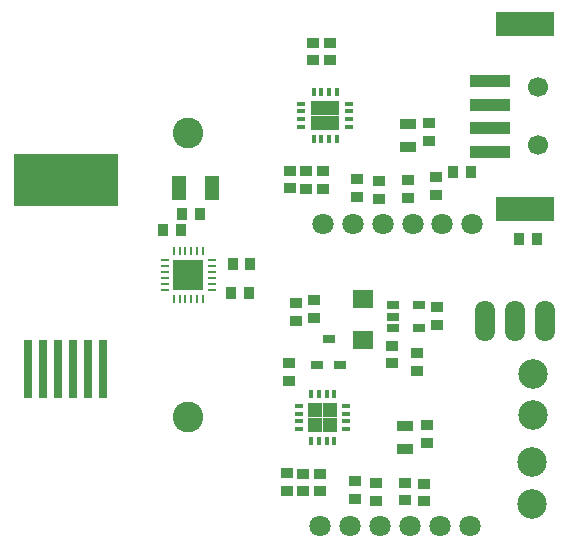
<source format=gts>
G04 #@! TF.FileFunction,Soldermask,Top*
%FSLAX46Y46*%
G04 Gerber Fmt 4.6, Leading zero omitted, Abs format (unit mm)*
G04 Created by KiCad (PCBNEW 4.0.3+e1-6302~38~ubuntu14.04.1-stable) date Sun Sep  4 16:46:07 2016*
%MOMM*%
%LPD*%
G01*
G04 APERTURE LIST*
%ADD10C,0.150000*%
%ADD11R,5.000000X2.000000*%
%ADD12C,1.700000*%
%ADD13R,3.390000X1.120000*%
%ADD14R,1.000760X0.899160*%
%ADD15C,1.800000*%
%ADD16R,0.899160X1.000760*%
%ADD17R,1.397000X0.889000*%
%ADD18R,0.800000X0.350000*%
%ADD19R,0.350000X0.800000*%
%ADD20R,1.250000X1.250000*%
%ADD21C,2.500000*%
%ADD22O,1.699260X3.500120*%
%ADD23R,1.000000X0.700000*%
%ADD24R,1.060000X0.650000*%
%ADD25R,1.680000X1.520000*%
%ADD26R,0.760000X5.000000*%
%ADD27R,8.800000X4.500000*%
%ADD28C,2.600000*%
%ADD29R,1.250000X2.000000*%
%ADD30R,2.499360X2.499360*%
%ADD31O,0.248920X0.800100*%
%ADD32O,0.800100X0.248920*%
G04 APERTURE END LIST*
D10*
D11*
X181900000Y-58800000D03*
X181900000Y-74400000D03*
D12*
X183000000Y-64100000D03*
D13*
X179000000Y-63600000D03*
X179000000Y-69600000D03*
X179000000Y-67600000D03*
X179000000Y-65600000D03*
D12*
X183000000Y-69000000D03*
D14*
X164800000Y-71248160D03*
X164800000Y-72751840D03*
X169550000Y-72048160D03*
X169550000Y-73551840D03*
X165400000Y-60348160D03*
X165400000Y-61851840D03*
X173800000Y-68651840D03*
X173800000Y-67148160D03*
X164000000Y-60348160D03*
X164000000Y-61851840D03*
D15*
X174939680Y-75700000D03*
X177479680Y-75700000D03*
X164800000Y-75700000D03*
X167340000Y-75700000D03*
X172409840Y-75700000D03*
X169869840Y-75700000D03*
D14*
X162000000Y-72701840D03*
X162000000Y-71198160D03*
X172000000Y-73501840D03*
X172000000Y-71998160D03*
X174400000Y-73251840D03*
X174400000Y-71748160D03*
X163350000Y-72751840D03*
X163350000Y-71248160D03*
X167700000Y-73401840D03*
X167700000Y-71898160D03*
D16*
X181448160Y-77000000D03*
X182951840Y-77000000D03*
D17*
X172000000Y-67247500D03*
X172000000Y-69152500D03*
D16*
X175848160Y-71300000D03*
X177351840Y-71300000D03*
D18*
X163000000Y-65525000D03*
X163000000Y-66175000D03*
X163000000Y-66825000D03*
X163000000Y-67475000D03*
D19*
X164025000Y-68500000D03*
X164675000Y-68500000D03*
X165325000Y-68500000D03*
X165975000Y-68500000D03*
D18*
X167000000Y-67475000D03*
X167000000Y-66825000D03*
X167000000Y-66175000D03*
X167000000Y-65525000D03*
D19*
X165975000Y-64500000D03*
X165325000Y-64500000D03*
X164675000Y-64500000D03*
X164025000Y-64500000D03*
D20*
X165625000Y-67125000D03*
X165625000Y-65875000D03*
X164375000Y-67125000D03*
X164375000Y-65875000D03*
D21*
X182550000Y-95899940D03*
X182550000Y-99400060D03*
X182600000Y-88399940D03*
X182600000Y-91900060D03*
D22*
X181100000Y-83950000D03*
X178560000Y-83950000D03*
X183640000Y-83950000D03*
D14*
X164600000Y-96848160D03*
X164600000Y-98351840D03*
X169350000Y-97648160D03*
X169350000Y-99151840D03*
X161950000Y-87498160D03*
X161950000Y-89001840D03*
X173600000Y-94251840D03*
X173600000Y-92748160D03*
X172800000Y-86648160D03*
X172800000Y-88151840D03*
D15*
X174739680Y-101300000D03*
X177279680Y-101300000D03*
X164600000Y-101300000D03*
X167140000Y-101300000D03*
X172209840Y-101300000D03*
X169669840Y-101300000D03*
D14*
X161800000Y-98301840D03*
X161800000Y-96798160D03*
X171800000Y-99101840D03*
X171800000Y-97598160D03*
X173400000Y-99201840D03*
X173400000Y-97698160D03*
X163150000Y-98351840D03*
X163150000Y-96848160D03*
X167500000Y-99001840D03*
X167500000Y-97498160D03*
X170650000Y-85998160D03*
X170650000Y-87501840D03*
D17*
X171800000Y-92847500D03*
X171800000Y-94752500D03*
D14*
X174450000Y-84251840D03*
X174450000Y-82748160D03*
D18*
X162800000Y-91125000D03*
X162800000Y-91775000D03*
X162800000Y-92425000D03*
X162800000Y-93075000D03*
D19*
X163825000Y-94100000D03*
X164475000Y-94100000D03*
X165125000Y-94100000D03*
X165775000Y-94100000D03*
D18*
X166800000Y-93075000D03*
X166800000Y-92425000D03*
X166800000Y-91775000D03*
X166800000Y-91125000D03*
D19*
X165775000Y-90100000D03*
X165125000Y-90100000D03*
X164475000Y-90100000D03*
X163825000Y-90100000D03*
D20*
X165425000Y-92725000D03*
X165425000Y-91475000D03*
X164175000Y-92725000D03*
X164175000Y-91475000D03*
D14*
X164100000Y-82148160D03*
X164100000Y-83651840D03*
X162550000Y-82398160D03*
X162550000Y-83901840D03*
D23*
X166300000Y-87650000D03*
X164300000Y-87650000D03*
X165300000Y-85450000D03*
D24*
X170750000Y-82600000D03*
X170750000Y-83550000D03*
X170750000Y-84500000D03*
X172950000Y-84500000D03*
X172950000Y-82600000D03*
D25*
X168200000Y-82100000D03*
X168200000Y-85500000D03*
D26*
X139850000Y-88025000D03*
X142390000Y-88025000D03*
X144930000Y-88025000D03*
X143660000Y-88025000D03*
X146200000Y-88025000D03*
X141120000Y-88025000D03*
D27*
X143025000Y-71975000D03*
D28*
X153425000Y-92025000D03*
X153425000Y-68025000D03*
D16*
X158576840Y-81525000D03*
X157073160Y-81525000D03*
X152776840Y-76225000D03*
X151273160Y-76225000D03*
X158676840Y-79125000D03*
X157173160Y-79125000D03*
D29*
X155400000Y-72625000D03*
X152650000Y-72625000D03*
D16*
X152873160Y-74825000D03*
X154376840Y-74825000D03*
D30*
X153425000Y-80025000D03*
D31*
X152175320Y-82023980D03*
X152675700Y-82023980D03*
X153176080Y-82023980D03*
X153673920Y-82023980D03*
X154174300Y-82023980D03*
X154674680Y-82023980D03*
D32*
X155423980Y-81274680D03*
X155423980Y-80774300D03*
X155423980Y-80273920D03*
X155423980Y-79776080D03*
X155423980Y-79275700D03*
X155423980Y-78775320D03*
D31*
X154674680Y-78026020D03*
X154174300Y-78026020D03*
X153673920Y-78026020D03*
X153176080Y-78026020D03*
X152675700Y-78026020D03*
X152175320Y-78026020D03*
D32*
X151426020Y-78775320D03*
X151426020Y-79275700D03*
X151426020Y-79776080D03*
X151426020Y-80273920D03*
X151426020Y-80774300D03*
X151426020Y-81274680D03*
M02*

</source>
